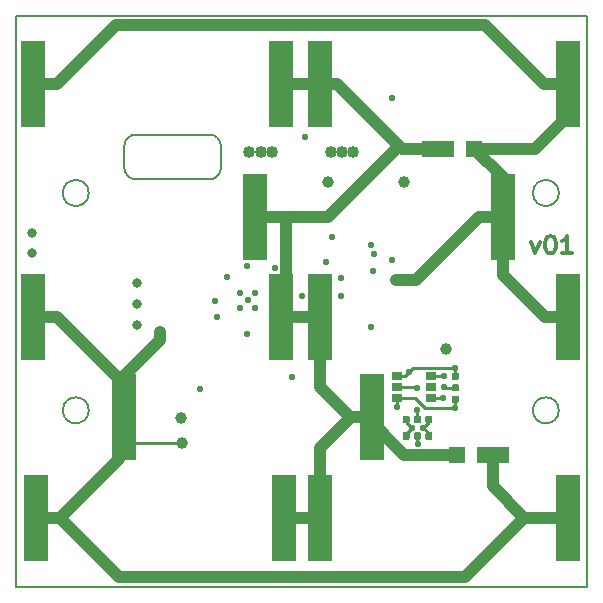
<source format=gbr>
%TF.GenerationSoftware,KiCad,Pcbnew,(5.1.4)-1*%
%TF.CreationDate,2019-12-19T16:50:30-07:00*%
%TF.ProjectId,SolarCellZ_v1,536f6c61-7243-4656-9c6c-5a5f76312e6b,rev?*%
%TF.SameCoordinates,Original*%
%TF.FileFunction,Copper,L1,Top*%
%TF.FilePolarity,Positive*%
%FSLAX46Y46*%
G04 Gerber Fmt 4.6, Leading zero omitted, Abs format (unit mm)*
G04 Created by KiCad (PCBNEW (5.1.4)-1) date 2019-12-19 16:50:30*
%MOMM*%
%LPD*%
G04 APERTURE LIST*
%ADD10C,0.200000*%
%ADD11C,0.300000*%
%ADD12R,2.000000X7.400000*%
%ADD13R,0.900000X0.700000*%
%ADD14C,1.016000*%
%ADD15C,1.000000*%
%ADD16R,1.400000X1.400000*%
%ADD17R,2.700000X1.400000*%
%ADD18C,0.100000*%
%ADD19C,0.590000*%
%ADD20C,0.584200*%
%ADD21C,0.800000*%
%ADD22C,0.248920*%
%ADD23C,1.000000*%
%ADD24C,0.228600*%
G04 APERTURE END LIST*
D10*
X107407500Y-52841000D02*
G75*
G02X106407500Y-53841000I-1000000J0D01*
G01*
X100207500Y-53841000D02*
G75*
G02X99207500Y-52841000I0J1000000D01*
G01*
X106407500Y-50041000D02*
G75*
G02X107407500Y-51041000I0J-1000000D01*
G01*
X99207500Y-51041000D02*
G75*
G02X100207500Y-50041000I1000000J0D01*
G01*
X96207500Y-54991000D02*
G75*
G03X96207500Y-54991000I-1100000J0D01*
G01*
X106407500Y-50041000D02*
X100207500Y-50041000D01*
X138407500Y-39991000D02*
X138407500Y-88391000D01*
X138407500Y-88391000D02*
X90007500Y-88391000D01*
X96207500Y-73391000D02*
G75*
G03X96207500Y-73391000I-1100000J0D01*
G01*
X90007500Y-88391000D02*
X90007500Y-39991000D01*
X90007500Y-39991000D02*
X138407500Y-39991000D01*
X100207500Y-53841000D02*
X106407500Y-53841000D01*
X136007500Y-73391000D02*
G75*
G03X136007500Y-73391000I-1100000J0D01*
G01*
X136007500Y-54991000D02*
G75*
G03X136007500Y-54991000I-1100000J0D01*
G01*
X107407500Y-52841000D02*
X107407500Y-51041000D01*
X99207500Y-51041000D02*
X99207500Y-52841000D01*
D11*
X133659785Y-59114571D02*
X134016928Y-60114571D01*
X134374071Y-59114571D01*
X135231214Y-58614571D02*
X135374071Y-58614571D01*
X135516928Y-58686000D01*
X135588357Y-58757428D01*
X135659785Y-58900285D01*
X135731214Y-59186000D01*
X135731214Y-59543142D01*
X135659785Y-59828857D01*
X135588357Y-59971714D01*
X135516928Y-60043142D01*
X135374071Y-60114571D01*
X135231214Y-60114571D01*
X135088357Y-60043142D01*
X135016928Y-59971714D01*
X134945500Y-59828857D01*
X134874071Y-59543142D01*
X134874071Y-59186000D01*
X134945500Y-58900285D01*
X135016928Y-58757428D01*
X135088357Y-58686000D01*
X135231214Y-58614571D01*
X137159785Y-60114571D02*
X136302642Y-60114571D01*
X136731214Y-60114571D02*
X136731214Y-58614571D01*
X136588357Y-58828857D01*
X136445500Y-58971714D01*
X136302642Y-59043142D01*
D12*
X136750000Y-45750000D03*
X115750000Y-45750000D03*
X91500000Y-45750000D03*
X112500000Y-45750000D03*
X131250000Y-57000000D03*
X110250000Y-57000000D03*
X136750000Y-65500000D03*
X115750000Y-65500000D03*
X112500000Y-65500000D03*
X91500000Y-65500000D03*
X120187000Y-74000000D03*
X99187000Y-74000000D03*
X115750000Y-82500000D03*
X136750000Y-82500000D03*
X112750000Y-82500000D03*
X91750000Y-82500000D03*
D13*
X122311500Y-70487500D03*
X122311500Y-71437500D03*
X122311500Y-72387500D03*
X125211500Y-72387500D03*
X125211500Y-71437500D03*
X125211500Y-70487500D03*
D14*
X116700000Y-51500000D03*
X117650000Y-51500000D03*
X111700000Y-51500000D03*
X110750000Y-51500000D03*
X118600000Y-51500000D03*
X109800000Y-51500000D03*
D15*
X116459000Y-54038500D03*
X122936000Y-54038500D03*
X126492000Y-68199000D03*
X104013000Y-74041000D03*
X104076500Y-76200000D03*
D16*
X128850000Y-51250000D03*
D17*
X125800000Y-51250000D03*
D16*
X127385200Y-77152500D03*
D17*
X130435200Y-77152500D03*
D18*
G36*
X124200458Y-73848710D02*
G01*
X124214776Y-73850834D01*
X124228817Y-73854351D01*
X124242446Y-73859228D01*
X124255531Y-73865417D01*
X124267947Y-73872858D01*
X124279573Y-73881481D01*
X124290298Y-73891202D01*
X124300019Y-73901927D01*
X124308642Y-73913553D01*
X124316083Y-73925969D01*
X124322272Y-73939054D01*
X124327149Y-73952683D01*
X124330666Y-73966724D01*
X124332790Y-73981042D01*
X124333500Y-73995500D01*
X124333500Y-74340500D01*
X124332790Y-74354958D01*
X124330666Y-74369276D01*
X124327149Y-74383317D01*
X124322272Y-74396946D01*
X124316083Y-74410031D01*
X124308642Y-74422447D01*
X124300019Y-74434073D01*
X124290298Y-74444798D01*
X124279573Y-74454519D01*
X124267947Y-74463142D01*
X124255531Y-74470583D01*
X124242446Y-74476772D01*
X124228817Y-74481649D01*
X124214776Y-74485166D01*
X124200458Y-74487290D01*
X124186000Y-74488000D01*
X123891000Y-74488000D01*
X123876542Y-74487290D01*
X123862224Y-74485166D01*
X123848183Y-74481649D01*
X123834554Y-74476772D01*
X123821469Y-74470583D01*
X123809053Y-74463142D01*
X123797427Y-74454519D01*
X123786702Y-74444798D01*
X123776981Y-74434073D01*
X123768358Y-74422447D01*
X123760917Y-74410031D01*
X123754728Y-74396946D01*
X123749851Y-74383317D01*
X123746334Y-74369276D01*
X123744210Y-74354958D01*
X123743500Y-74340500D01*
X123743500Y-73995500D01*
X123744210Y-73981042D01*
X123746334Y-73966724D01*
X123749851Y-73952683D01*
X123754728Y-73939054D01*
X123760917Y-73925969D01*
X123768358Y-73913553D01*
X123776981Y-73901927D01*
X123786702Y-73891202D01*
X123797427Y-73881481D01*
X123809053Y-73872858D01*
X123821469Y-73865417D01*
X123834554Y-73859228D01*
X123848183Y-73854351D01*
X123862224Y-73850834D01*
X123876542Y-73848710D01*
X123891000Y-73848000D01*
X124186000Y-73848000D01*
X124200458Y-73848710D01*
X124200458Y-73848710D01*
G37*
D19*
X124038500Y-74168000D03*
D18*
G36*
X125170458Y-73848710D02*
G01*
X125184776Y-73850834D01*
X125198817Y-73854351D01*
X125212446Y-73859228D01*
X125225531Y-73865417D01*
X125237947Y-73872858D01*
X125249573Y-73881481D01*
X125260298Y-73891202D01*
X125270019Y-73901927D01*
X125278642Y-73913553D01*
X125286083Y-73925969D01*
X125292272Y-73939054D01*
X125297149Y-73952683D01*
X125300666Y-73966724D01*
X125302790Y-73981042D01*
X125303500Y-73995500D01*
X125303500Y-74340500D01*
X125302790Y-74354958D01*
X125300666Y-74369276D01*
X125297149Y-74383317D01*
X125292272Y-74396946D01*
X125286083Y-74410031D01*
X125278642Y-74422447D01*
X125270019Y-74434073D01*
X125260298Y-74444798D01*
X125249573Y-74454519D01*
X125237947Y-74463142D01*
X125225531Y-74470583D01*
X125212446Y-74476772D01*
X125198817Y-74481649D01*
X125184776Y-74485166D01*
X125170458Y-74487290D01*
X125156000Y-74488000D01*
X124861000Y-74488000D01*
X124846542Y-74487290D01*
X124832224Y-74485166D01*
X124818183Y-74481649D01*
X124804554Y-74476772D01*
X124791469Y-74470583D01*
X124779053Y-74463142D01*
X124767427Y-74454519D01*
X124756702Y-74444798D01*
X124746981Y-74434073D01*
X124738358Y-74422447D01*
X124730917Y-74410031D01*
X124724728Y-74396946D01*
X124719851Y-74383317D01*
X124716334Y-74369276D01*
X124714210Y-74354958D01*
X124713500Y-74340500D01*
X124713500Y-73995500D01*
X124714210Y-73981042D01*
X124716334Y-73966724D01*
X124719851Y-73952683D01*
X124724728Y-73939054D01*
X124730917Y-73925969D01*
X124738358Y-73913553D01*
X124746981Y-73901927D01*
X124756702Y-73891202D01*
X124767427Y-73881481D01*
X124779053Y-73872858D01*
X124791469Y-73865417D01*
X124804554Y-73859228D01*
X124818183Y-73854351D01*
X124832224Y-73850834D01*
X124846542Y-73848710D01*
X124861000Y-73848000D01*
X125156000Y-73848000D01*
X125170458Y-73848710D01*
X125170458Y-73848710D01*
G37*
D19*
X125008500Y-74168000D03*
D18*
G36*
X123230178Y-73848710D02*
G01*
X123244496Y-73850834D01*
X123258537Y-73854351D01*
X123272166Y-73859228D01*
X123285251Y-73865417D01*
X123297667Y-73872858D01*
X123309293Y-73881481D01*
X123320018Y-73891202D01*
X123329739Y-73901927D01*
X123338362Y-73913553D01*
X123345803Y-73925969D01*
X123351992Y-73939054D01*
X123356869Y-73952683D01*
X123360386Y-73966724D01*
X123362510Y-73981042D01*
X123363220Y-73995500D01*
X123363220Y-74340500D01*
X123362510Y-74354958D01*
X123360386Y-74369276D01*
X123356869Y-74383317D01*
X123351992Y-74396946D01*
X123345803Y-74410031D01*
X123338362Y-74422447D01*
X123329739Y-74434073D01*
X123320018Y-74444798D01*
X123309293Y-74454519D01*
X123297667Y-74463142D01*
X123285251Y-74470583D01*
X123272166Y-74476772D01*
X123258537Y-74481649D01*
X123244496Y-74485166D01*
X123230178Y-74487290D01*
X123215720Y-74488000D01*
X122920720Y-74488000D01*
X122906262Y-74487290D01*
X122891944Y-74485166D01*
X122877903Y-74481649D01*
X122864274Y-74476772D01*
X122851189Y-74470583D01*
X122838773Y-74463142D01*
X122827147Y-74454519D01*
X122816422Y-74444798D01*
X122806701Y-74434073D01*
X122798078Y-74422447D01*
X122790637Y-74410031D01*
X122784448Y-74396946D01*
X122779571Y-74383317D01*
X122776054Y-74369276D01*
X122773930Y-74354958D01*
X122773220Y-74340500D01*
X122773220Y-73995500D01*
X122773930Y-73981042D01*
X122776054Y-73966724D01*
X122779571Y-73952683D01*
X122784448Y-73939054D01*
X122790637Y-73925969D01*
X122798078Y-73913553D01*
X122806701Y-73901927D01*
X122816422Y-73891202D01*
X122827147Y-73881481D01*
X122838773Y-73872858D01*
X122851189Y-73865417D01*
X122864274Y-73859228D01*
X122877903Y-73854351D01*
X122891944Y-73850834D01*
X122906262Y-73848710D01*
X122920720Y-73848000D01*
X123215720Y-73848000D01*
X123230178Y-73848710D01*
X123230178Y-73848710D01*
G37*
D19*
X123068220Y-74168000D03*
D18*
G36*
X124200178Y-73848710D02*
G01*
X124214496Y-73850834D01*
X124228537Y-73854351D01*
X124242166Y-73859228D01*
X124255251Y-73865417D01*
X124267667Y-73872858D01*
X124279293Y-73881481D01*
X124290018Y-73891202D01*
X124299739Y-73901927D01*
X124308362Y-73913553D01*
X124315803Y-73925969D01*
X124321992Y-73939054D01*
X124326869Y-73952683D01*
X124330386Y-73966724D01*
X124332510Y-73981042D01*
X124333220Y-73995500D01*
X124333220Y-74340500D01*
X124332510Y-74354958D01*
X124330386Y-74369276D01*
X124326869Y-74383317D01*
X124321992Y-74396946D01*
X124315803Y-74410031D01*
X124308362Y-74422447D01*
X124299739Y-74434073D01*
X124290018Y-74444798D01*
X124279293Y-74454519D01*
X124267667Y-74463142D01*
X124255251Y-74470583D01*
X124242166Y-74476772D01*
X124228537Y-74481649D01*
X124214496Y-74485166D01*
X124200178Y-74487290D01*
X124185720Y-74488000D01*
X123890720Y-74488000D01*
X123876262Y-74487290D01*
X123861944Y-74485166D01*
X123847903Y-74481649D01*
X123834274Y-74476772D01*
X123821189Y-74470583D01*
X123808773Y-74463142D01*
X123797147Y-74454519D01*
X123786422Y-74444798D01*
X123776701Y-74434073D01*
X123768078Y-74422447D01*
X123760637Y-74410031D01*
X123754448Y-74396946D01*
X123749571Y-74383317D01*
X123746054Y-74369276D01*
X123743930Y-74354958D01*
X123743220Y-74340500D01*
X123743220Y-73995500D01*
X123743930Y-73981042D01*
X123746054Y-73966724D01*
X123749571Y-73952683D01*
X123754448Y-73939054D01*
X123760637Y-73925969D01*
X123768078Y-73913553D01*
X123776701Y-73901927D01*
X123786422Y-73891202D01*
X123797147Y-73881481D01*
X123808773Y-73872858D01*
X123821189Y-73865417D01*
X123834274Y-73859228D01*
X123847903Y-73854351D01*
X123861944Y-73850834D01*
X123876262Y-73848710D01*
X123890720Y-73848000D01*
X124185720Y-73848000D01*
X124200178Y-73848710D01*
X124200178Y-73848710D01*
G37*
D19*
X124038220Y-74168000D03*
D18*
G36*
X124200458Y-75245710D02*
G01*
X124214776Y-75247834D01*
X124228817Y-75251351D01*
X124242446Y-75256228D01*
X124255531Y-75262417D01*
X124267947Y-75269858D01*
X124279573Y-75278481D01*
X124290298Y-75288202D01*
X124300019Y-75298927D01*
X124308642Y-75310553D01*
X124316083Y-75322969D01*
X124322272Y-75336054D01*
X124327149Y-75349683D01*
X124330666Y-75363724D01*
X124332790Y-75378042D01*
X124333500Y-75392500D01*
X124333500Y-75737500D01*
X124332790Y-75751958D01*
X124330666Y-75766276D01*
X124327149Y-75780317D01*
X124322272Y-75793946D01*
X124316083Y-75807031D01*
X124308642Y-75819447D01*
X124300019Y-75831073D01*
X124290298Y-75841798D01*
X124279573Y-75851519D01*
X124267947Y-75860142D01*
X124255531Y-75867583D01*
X124242446Y-75873772D01*
X124228817Y-75878649D01*
X124214776Y-75882166D01*
X124200458Y-75884290D01*
X124186000Y-75885000D01*
X123891000Y-75885000D01*
X123876542Y-75884290D01*
X123862224Y-75882166D01*
X123848183Y-75878649D01*
X123834554Y-75873772D01*
X123821469Y-75867583D01*
X123809053Y-75860142D01*
X123797427Y-75851519D01*
X123786702Y-75841798D01*
X123776981Y-75831073D01*
X123768358Y-75819447D01*
X123760917Y-75807031D01*
X123754728Y-75793946D01*
X123749851Y-75780317D01*
X123746334Y-75766276D01*
X123744210Y-75751958D01*
X123743500Y-75737500D01*
X123743500Y-75392500D01*
X123744210Y-75378042D01*
X123746334Y-75363724D01*
X123749851Y-75349683D01*
X123754728Y-75336054D01*
X123760917Y-75322969D01*
X123768358Y-75310553D01*
X123776981Y-75298927D01*
X123786702Y-75288202D01*
X123797427Y-75278481D01*
X123809053Y-75269858D01*
X123821469Y-75262417D01*
X123834554Y-75256228D01*
X123848183Y-75251351D01*
X123862224Y-75247834D01*
X123876542Y-75245710D01*
X123891000Y-75245000D01*
X124186000Y-75245000D01*
X124200458Y-75245710D01*
X124200458Y-75245710D01*
G37*
D19*
X124038500Y-75565000D03*
D18*
G36*
X125170458Y-75245710D02*
G01*
X125184776Y-75247834D01*
X125198817Y-75251351D01*
X125212446Y-75256228D01*
X125225531Y-75262417D01*
X125237947Y-75269858D01*
X125249573Y-75278481D01*
X125260298Y-75288202D01*
X125270019Y-75298927D01*
X125278642Y-75310553D01*
X125286083Y-75322969D01*
X125292272Y-75336054D01*
X125297149Y-75349683D01*
X125300666Y-75363724D01*
X125302790Y-75378042D01*
X125303500Y-75392500D01*
X125303500Y-75737500D01*
X125302790Y-75751958D01*
X125300666Y-75766276D01*
X125297149Y-75780317D01*
X125292272Y-75793946D01*
X125286083Y-75807031D01*
X125278642Y-75819447D01*
X125270019Y-75831073D01*
X125260298Y-75841798D01*
X125249573Y-75851519D01*
X125237947Y-75860142D01*
X125225531Y-75867583D01*
X125212446Y-75873772D01*
X125198817Y-75878649D01*
X125184776Y-75882166D01*
X125170458Y-75884290D01*
X125156000Y-75885000D01*
X124861000Y-75885000D01*
X124846542Y-75884290D01*
X124832224Y-75882166D01*
X124818183Y-75878649D01*
X124804554Y-75873772D01*
X124791469Y-75867583D01*
X124779053Y-75860142D01*
X124767427Y-75851519D01*
X124756702Y-75841798D01*
X124746981Y-75831073D01*
X124738358Y-75819447D01*
X124730917Y-75807031D01*
X124724728Y-75793946D01*
X124719851Y-75780317D01*
X124716334Y-75766276D01*
X124714210Y-75751958D01*
X124713500Y-75737500D01*
X124713500Y-75392500D01*
X124714210Y-75378042D01*
X124716334Y-75363724D01*
X124719851Y-75349683D01*
X124724728Y-75336054D01*
X124730917Y-75322969D01*
X124738358Y-75310553D01*
X124746981Y-75298927D01*
X124756702Y-75288202D01*
X124767427Y-75278481D01*
X124779053Y-75269858D01*
X124791469Y-75262417D01*
X124804554Y-75256228D01*
X124818183Y-75251351D01*
X124832224Y-75247834D01*
X124846542Y-75245710D01*
X124861000Y-75245000D01*
X125156000Y-75245000D01*
X125170458Y-75245710D01*
X125170458Y-75245710D01*
G37*
D19*
X125008500Y-75565000D03*
D18*
G36*
X123230178Y-75245710D02*
G01*
X123244496Y-75247834D01*
X123258537Y-75251351D01*
X123272166Y-75256228D01*
X123285251Y-75262417D01*
X123297667Y-75269858D01*
X123309293Y-75278481D01*
X123320018Y-75288202D01*
X123329739Y-75298927D01*
X123338362Y-75310553D01*
X123345803Y-75322969D01*
X123351992Y-75336054D01*
X123356869Y-75349683D01*
X123360386Y-75363724D01*
X123362510Y-75378042D01*
X123363220Y-75392500D01*
X123363220Y-75737500D01*
X123362510Y-75751958D01*
X123360386Y-75766276D01*
X123356869Y-75780317D01*
X123351992Y-75793946D01*
X123345803Y-75807031D01*
X123338362Y-75819447D01*
X123329739Y-75831073D01*
X123320018Y-75841798D01*
X123309293Y-75851519D01*
X123297667Y-75860142D01*
X123285251Y-75867583D01*
X123272166Y-75873772D01*
X123258537Y-75878649D01*
X123244496Y-75882166D01*
X123230178Y-75884290D01*
X123215720Y-75885000D01*
X122920720Y-75885000D01*
X122906262Y-75884290D01*
X122891944Y-75882166D01*
X122877903Y-75878649D01*
X122864274Y-75873772D01*
X122851189Y-75867583D01*
X122838773Y-75860142D01*
X122827147Y-75851519D01*
X122816422Y-75841798D01*
X122806701Y-75831073D01*
X122798078Y-75819447D01*
X122790637Y-75807031D01*
X122784448Y-75793946D01*
X122779571Y-75780317D01*
X122776054Y-75766276D01*
X122773930Y-75751958D01*
X122773220Y-75737500D01*
X122773220Y-75392500D01*
X122773930Y-75378042D01*
X122776054Y-75363724D01*
X122779571Y-75349683D01*
X122784448Y-75336054D01*
X122790637Y-75322969D01*
X122798078Y-75310553D01*
X122806701Y-75298927D01*
X122816422Y-75288202D01*
X122827147Y-75278481D01*
X122838773Y-75269858D01*
X122851189Y-75262417D01*
X122864274Y-75256228D01*
X122877903Y-75251351D01*
X122891944Y-75247834D01*
X122906262Y-75245710D01*
X122920720Y-75245000D01*
X123215720Y-75245000D01*
X123230178Y-75245710D01*
X123230178Y-75245710D01*
G37*
D19*
X123068220Y-75565000D03*
D18*
G36*
X124200178Y-75245710D02*
G01*
X124214496Y-75247834D01*
X124228537Y-75251351D01*
X124242166Y-75256228D01*
X124255251Y-75262417D01*
X124267667Y-75269858D01*
X124279293Y-75278481D01*
X124290018Y-75288202D01*
X124299739Y-75298927D01*
X124308362Y-75310553D01*
X124315803Y-75322969D01*
X124321992Y-75336054D01*
X124326869Y-75349683D01*
X124330386Y-75363724D01*
X124332510Y-75378042D01*
X124333220Y-75392500D01*
X124333220Y-75737500D01*
X124332510Y-75751958D01*
X124330386Y-75766276D01*
X124326869Y-75780317D01*
X124321992Y-75793946D01*
X124315803Y-75807031D01*
X124308362Y-75819447D01*
X124299739Y-75831073D01*
X124290018Y-75841798D01*
X124279293Y-75851519D01*
X124267667Y-75860142D01*
X124255251Y-75867583D01*
X124242166Y-75873772D01*
X124228537Y-75878649D01*
X124214496Y-75882166D01*
X124200178Y-75884290D01*
X124185720Y-75885000D01*
X123890720Y-75885000D01*
X123876262Y-75884290D01*
X123861944Y-75882166D01*
X123847903Y-75878649D01*
X123834274Y-75873772D01*
X123821189Y-75867583D01*
X123808773Y-75860142D01*
X123797147Y-75851519D01*
X123786422Y-75841798D01*
X123776701Y-75831073D01*
X123768078Y-75819447D01*
X123760637Y-75807031D01*
X123754448Y-75793946D01*
X123749571Y-75780317D01*
X123746054Y-75766276D01*
X123743930Y-75751958D01*
X123743220Y-75737500D01*
X123743220Y-75392500D01*
X123743930Y-75378042D01*
X123746054Y-75363724D01*
X123749571Y-75349683D01*
X123754448Y-75336054D01*
X123760637Y-75322969D01*
X123768078Y-75310553D01*
X123776701Y-75298927D01*
X123786422Y-75288202D01*
X123797147Y-75278481D01*
X123808773Y-75269858D01*
X123821189Y-75262417D01*
X123834274Y-75256228D01*
X123847903Y-75251351D01*
X123861944Y-75247834D01*
X123876262Y-75245710D01*
X123890720Y-75245000D01*
X124185720Y-75245000D01*
X124200178Y-75245710D01*
X124200178Y-75245710D01*
G37*
D19*
X124038220Y-75565000D03*
D18*
G36*
X127440958Y-71189210D02*
G01*
X127455276Y-71191334D01*
X127469317Y-71194851D01*
X127482946Y-71199728D01*
X127496031Y-71205917D01*
X127508447Y-71213358D01*
X127520073Y-71221981D01*
X127530798Y-71231702D01*
X127540519Y-71242427D01*
X127549142Y-71254053D01*
X127556583Y-71266469D01*
X127562772Y-71279554D01*
X127567649Y-71293183D01*
X127571166Y-71307224D01*
X127573290Y-71321542D01*
X127574000Y-71336000D01*
X127574000Y-71631000D01*
X127573290Y-71645458D01*
X127571166Y-71659776D01*
X127567649Y-71673817D01*
X127562772Y-71687446D01*
X127556583Y-71700531D01*
X127549142Y-71712947D01*
X127540519Y-71724573D01*
X127530798Y-71735298D01*
X127520073Y-71745019D01*
X127508447Y-71753642D01*
X127496031Y-71761083D01*
X127482946Y-71767272D01*
X127469317Y-71772149D01*
X127455276Y-71775666D01*
X127440958Y-71777790D01*
X127426500Y-71778500D01*
X127081500Y-71778500D01*
X127067042Y-71777790D01*
X127052724Y-71775666D01*
X127038683Y-71772149D01*
X127025054Y-71767272D01*
X127011969Y-71761083D01*
X126999553Y-71753642D01*
X126987927Y-71745019D01*
X126977202Y-71735298D01*
X126967481Y-71724573D01*
X126958858Y-71712947D01*
X126951417Y-71700531D01*
X126945228Y-71687446D01*
X126940351Y-71673817D01*
X126936834Y-71659776D01*
X126934710Y-71645458D01*
X126934000Y-71631000D01*
X126934000Y-71336000D01*
X126934710Y-71321542D01*
X126936834Y-71307224D01*
X126940351Y-71293183D01*
X126945228Y-71279554D01*
X126951417Y-71266469D01*
X126958858Y-71254053D01*
X126967481Y-71242427D01*
X126977202Y-71231702D01*
X126987927Y-71221981D01*
X126999553Y-71213358D01*
X127011969Y-71205917D01*
X127025054Y-71199728D01*
X127038683Y-71194851D01*
X127052724Y-71191334D01*
X127067042Y-71189210D01*
X127081500Y-71188500D01*
X127426500Y-71188500D01*
X127440958Y-71189210D01*
X127440958Y-71189210D01*
G37*
D19*
X127254000Y-71483500D03*
D18*
G36*
X127440958Y-72159210D02*
G01*
X127455276Y-72161334D01*
X127469317Y-72164851D01*
X127482946Y-72169728D01*
X127496031Y-72175917D01*
X127508447Y-72183358D01*
X127520073Y-72191981D01*
X127530798Y-72201702D01*
X127540519Y-72212427D01*
X127549142Y-72224053D01*
X127556583Y-72236469D01*
X127562772Y-72249554D01*
X127567649Y-72263183D01*
X127571166Y-72277224D01*
X127573290Y-72291542D01*
X127574000Y-72306000D01*
X127574000Y-72601000D01*
X127573290Y-72615458D01*
X127571166Y-72629776D01*
X127567649Y-72643817D01*
X127562772Y-72657446D01*
X127556583Y-72670531D01*
X127549142Y-72682947D01*
X127540519Y-72694573D01*
X127530798Y-72705298D01*
X127520073Y-72715019D01*
X127508447Y-72723642D01*
X127496031Y-72731083D01*
X127482946Y-72737272D01*
X127469317Y-72742149D01*
X127455276Y-72745666D01*
X127440958Y-72747790D01*
X127426500Y-72748500D01*
X127081500Y-72748500D01*
X127067042Y-72747790D01*
X127052724Y-72745666D01*
X127038683Y-72742149D01*
X127025054Y-72737272D01*
X127011969Y-72731083D01*
X126999553Y-72723642D01*
X126987927Y-72715019D01*
X126977202Y-72705298D01*
X126967481Y-72694573D01*
X126958858Y-72682947D01*
X126951417Y-72670531D01*
X126945228Y-72657446D01*
X126940351Y-72643817D01*
X126936834Y-72629776D01*
X126934710Y-72615458D01*
X126934000Y-72601000D01*
X126934000Y-72306000D01*
X126934710Y-72291542D01*
X126936834Y-72277224D01*
X126940351Y-72263183D01*
X126945228Y-72249554D01*
X126951417Y-72236469D01*
X126958858Y-72224053D01*
X126967481Y-72212427D01*
X126977202Y-72201702D01*
X126987927Y-72191981D01*
X126999553Y-72183358D01*
X127011969Y-72175917D01*
X127025054Y-72169728D01*
X127038683Y-72164851D01*
X127052724Y-72161334D01*
X127067042Y-72159210D01*
X127081500Y-72158500D01*
X127426500Y-72158500D01*
X127440958Y-72159210D01*
X127440958Y-72159210D01*
G37*
D19*
X127254000Y-72453500D03*
D18*
G36*
X127440958Y-70213710D02*
G01*
X127455276Y-70215834D01*
X127469317Y-70219351D01*
X127482946Y-70224228D01*
X127496031Y-70230417D01*
X127508447Y-70237858D01*
X127520073Y-70246481D01*
X127530798Y-70256202D01*
X127540519Y-70266927D01*
X127549142Y-70278553D01*
X127556583Y-70290969D01*
X127562772Y-70304054D01*
X127567649Y-70317683D01*
X127571166Y-70331724D01*
X127573290Y-70346042D01*
X127574000Y-70360500D01*
X127574000Y-70655500D01*
X127573290Y-70669958D01*
X127571166Y-70684276D01*
X127567649Y-70698317D01*
X127562772Y-70711946D01*
X127556583Y-70725031D01*
X127549142Y-70737447D01*
X127540519Y-70749073D01*
X127530798Y-70759798D01*
X127520073Y-70769519D01*
X127508447Y-70778142D01*
X127496031Y-70785583D01*
X127482946Y-70791772D01*
X127469317Y-70796649D01*
X127455276Y-70800166D01*
X127440958Y-70802290D01*
X127426500Y-70803000D01*
X127081500Y-70803000D01*
X127067042Y-70802290D01*
X127052724Y-70800166D01*
X127038683Y-70796649D01*
X127025054Y-70791772D01*
X127011969Y-70785583D01*
X126999553Y-70778142D01*
X126987927Y-70769519D01*
X126977202Y-70759798D01*
X126967481Y-70749073D01*
X126958858Y-70737447D01*
X126951417Y-70725031D01*
X126945228Y-70711946D01*
X126940351Y-70698317D01*
X126936834Y-70684276D01*
X126934710Y-70669958D01*
X126934000Y-70655500D01*
X126934000Y-70360500D01*
X126934710Y-70346042D01*
X126936834Y-70331724D01*
X126940351Y-70317683D01*
X126945228Y-70304054D01*
X126951417Y-70290969D01*
X126958858Y-70278553D01*
X126967481Y-70266927D01*
X126977202Y-70256202D01*
X126987927Y-70246481D01*
X126999553Y-70237858D01*
X127011969Y-70230417D01*
X127025054Y-70224228D01*
X127038683Y-70219351D01*
X127052724Y-70215834D01*
X127067042Y-70213710D01*
X127081500Y-70213000D01*
X127426500Y-70213000D01*
X127440958Y-70213710D01*
X127440958Y-70213710D01*
G37*
D19*
X127254000Y-70508000D03*
D18*
G36*
X127440958Y-71183710D02*
G01*
X127455276Y-71185834D01*
X127469317Y-71189351D01*
X127482946Y-71194228D01*
X127496031Y-71200417D01*
X127508447Y-71207858D01*
X127520073Y-71216481D01*
X127530798Y-71226202D01*
X127540519Y-71236927D01*
X127549142Y-71248553D01*
X127556583Y-71260969D01*
X127562772Y-71274054D01*
X127567649Y-71287683D01*
X127571166Y-71301724D01*
X127573290Y-71316042D01*
X127574000Y-71330500D01*
X127574000Y-71625500D01*
X127573290Y-71639958D01*
X127571166Y-71654276D01*
X127567649Y-71668317D01*
X127562772Y-71681946D01*
X127556583Y-71695031D01*
X127549142Y-71707447D01*
X127540519Y-71719073D01*
X127530798Y-71729798D01*
X127520073Y-71739519D01*
X127508447Y-71748142D01*
X127496031Y-71755583D01*
X127482946Y-71761772D01*
X127469317Y-71766649D01*
X127455276Y-71770166D01*
X127440958Y-71772290D01*
X127426500Y-71773000D01*
X127081500Y-71773000D01*
X127067042Y-71772290D01*
X127052724Y-71770166D01*
X127038683Y-71766649D01*
X127025054Y-71761772D01*
X127011969Y-71755583D01*
X126999553Y-71748142D01*
X126987927Y-71739519D01*
X126977202Y-71729798D01*
X126967481Y-71719073D01*
X126958858Y-71707447D01*
X126951417Y-71695031D01*
X126945228Y-71681946D01*
X126940351Y-71668317D01*
X126936834Y-71654276D01*
X126934710Y-71639958D01*
X126934000Y-71625500D01*
X126934000Y-71330500D01*
X126934710Y-71316042D01*
X126936834Y-71301724D01*
X126940351Y-71287683D01*
X126945228Y-71274054D01*
X126951417Y-71260969D01*
X126958858Y-71248553D01*
X126967481Y-71236927D01*
X126977202Y-71226202D01*
X126987927Y-71216481D01*
X126999553Y-71207858D01*
X127011969Y-71200417D01*
X127025054Y-71194228D01*
X127038683Y-71189351D01*
X127052724Y-71185834D01*
X127067042Y-71183710D01*
X127081500Y-71183000D01*
X127426500Y-71183000D01*
X127440958Y-71183710D01*
X127440958Y-71183710D01*
G37*
D19*
X127254000Y-71478000D03*
D20*
X126301500Y-71437500D03*
X124015500Y-71501000D03*
X120268110Y-61604791D03*
X120078500Y-66357500D03*
X127254000Y-69786500D03*
X123317000Y-70167500D03*
X107032512Y-65473693D03*
X109654340Y-64046100D03*
X110253760Y-64708256D03*
X108983760Y-64708256D03*
X110261400Y-63439040D03*
X108983760Y-63463656D03*
X122237500Y-62357000D03*
X123253500Y-62357000D03*
X122301000Y-73088500D03*
X127254000Y-73215500D03*
X113411000Y-70548500D03*
X126301500Y-70485000D03*
X120111294Y-59382647D03*
X126238000Y-72390000D03*
X120396000Y-60198000D03*
X121920000Y-60706000D03*
X121920000Y-46990000D03*
X116763500Y-58710000D03*
X114554000Y-50292000D03*
X124015500Y-73406000D03*
X117602000Y-62166500D03*
X116268500Y-60833000D03*
X109644160Y-66892656D03*
X107886500Y-62103000D03*
X114299990Y-63690500D03*
X117602000Y-63690500D03*
X124045117Y-76233390D03*
X109601000Y-61214000D03*
X111950500Y-61380850D03*
X105664000Y-71628000D03*
X106872635Y-64108698D03*
D21*
X91440000Y-58420000D03*
X91440000Y-60071000D03*
X100330000Y-64389000D03*
X100330000Y-62611000D03*
X100330000Y-66167000D03*
D20*
X124523500Y-74866500D03*
X123571000Y-74866500D03*
X102235000Y-67437000D03*
X102235000Y-66802000D03*
D22*
X126342000Y-71478000D02*
X126301500Y-71437500D01*
X127254000Y-71478000D02*
X126342000Y-71478000D01*
X122311500Y-71437500D02*
X123952000Y-71437500D01*
X123952000Y-71437500D02*
X124015500Y-71501000D01*
X127254000Y-70508000D02*
X127254000Y-69786500D01*
X123317000Y-70180920D02*
X123317000Y-70167500D01*
X123010420Y-70487500D02*
X123317000Y-70180920D01*
X122311500Y-70487500D02*
X123010420Y-70487500D01*
X123698000Y-69786500D02*
X127254000Y-69786500D01*
X123317000Y-70167500D02*
X123698000Y-69786500D01*
D23*
X93500000Y-45750000D02*
X98500000Y-40750000D01*
X91500000Y-45750000D02*
X93500000Y-45750000D01*
X134750000Y-45750000D02*
X136750000Y-45750000D01*
X129750000Y-40750000D02*
X134750000Y-45750000D01*
X98500000Y-40750000D02*
X129750000Y-40750000D01*
X136750000Y-65450000D02*
X136750000Y-65500000D01*
X131000000Y-57000000D02*
X131000000Y-59700000D01*
X131000000Y-54300000D02*
X131000000Y-57000000D01*
X136750000Y-45750000D02*
X136750000Y-48550000D01*
X136750000Y-48450000D02*
X136750000Y-45750000D01*
X133950000Y-51250000D02*
X136750000Y-48450000D01*
X128850000Y-51250000D02*
X133950000Y-51250000D01*
X131250000Y-53650000D02*
X128850000Y-51250000D01*
X131250000Y-57000000D02*
X131250000Y-53650000D01*
X129250000Y-57000000D02*
X123893000Y-62357000D01*
X131250000Y-57000000D02*
X129250000Y-57000000D01*
X123893000Y-62357000D02*
X122237500Y-62357000D01*
D22*
X122311500Y-72387500D02*
X122311500Y-73078000D01*
X127254000Y-72453500D02*
X127254000Y-73215500D01*
X126840909Y-73215500D02*
X127254000Y-73215500D01*
X124650500Y-73215500D02*
X126840909Y-73215500D01*
X122311500Y-72387500D02*
X123822500Y-72387500D01*
X123822500Y-72387500D02*
X124650500Y-73215500D01*
D23*
X131250000Y-57000000D02*
X131250000Y-61908000D01*
X134842000Y-65500000D02*
X136750000Y-65500000D01*
X131250000Y-61908000D02*
X134842000Y-65500000D01*
D22*
X125211500Y-70487500D02*
X126299000Y-70487500D01*
X126299000Y-70487500D02*
X126301500Y-70485000D01*
X126235500Y-72387500D02*
X126238000Y-72390000D01*
X125211500Y-72387500D02*
X126235500Y-72387500D01*
D24*
X124038220Y-74168000D02*
X124038220Y-73428720D01*
X124038220Y-73428720D02*
X124015500Y-73406000D01*
X124038500Y-75565000D02*
X124038500Y-76226773D01*
X124038500Y-76226773D02*
X124045117Y-76233390D01*
D22*
X125008500Y-74168000D02*
X125008500Y-74381500D01*
X125008500Y-74381500D02*
X124523500Y-74866500D01*
X125008500Y-75565000D02*
X125008500Y-75351500D01*
X125008500Y-75351500D02*
X124523500Y-74866500D01*
X123068220Y-75565000D02*
X123068220Y-75369280D01*
X123068220Y-74363720D02*
X123571000Y-74866500D01*
X123068220Y-74168000D02*
X123068220Y-74363720D01*
X123068220Y-75369280D02*
X123571000Y-74866500D01*
D23*
X136750000Y-79800000D02*
X136750000Y-82500000D01*
X134750000Y-82500000D02*
X136750000Y-82500000D01*
X99187000Y-70485000D02*
X102235000Y-67437000D01*
X99187000Y-74000000D02*
X99187000Y-70485000D01*
X102235000Y-67437000D02*
X102235000Y-66802000D01*
D24*
X104076500Y-76200000D02*
X99377500Y-76200000D01*
D23*
X93500000Y-65500000D02*
X91500000Y-65500000D01*
X98750000Y-70750000D02*
X93500000Y-65500000D01*
X98750000Y-77526000D02*
X98750000Y-70750000D01*
X91750000Y-82500000D02*
X93776000Y-82500000D01*
X93776000Y-82500000D02*
X98750000Y-77526000D01*
X133096800Y-82500000D02*
X134750000Y-82500000D01*
X130435200Y-77152500D02*
X130435200Y-79838400D01*
X130435200Y-79838400D02*
X133096800Y-82500000D01*
X128096800Y-87500000D02*
X133096800Y-82500000D01*
X98750000Y-87500000D02*
X128096800Y-87500000D01*
X91750000Y-82500000D02*
X93750000Y-82500000D01*
X93750000Y-82500000D02*
X98750000Y-87500000D01*
X112750000Y-82500000D02*
X115750000Y-82500000D01*
X112500000Y-45750000D02*
X115750000Y-45750000D01*
X122750000Y-51250000D02*
X122500000Y-51000000D01*
X125800000Y-51250000D02*
X122750000Y-51250000D01*
X112944500Y-60800000D02*
X112944500Y-65500000D01*
X112944500Y-57250000D02*
X112944500Y-60800000D01*
X117250000Y-45750000D02*
X122500000Y-51000000D01*
X115750000Y-45750000D02*
X117250000Y-45750000D01*
X116500000Y-57000000D02*
X122500000Y-51000000D01*
X110250000Y-57000000D02*
X116500000Y-57000000D01*
X120187000Y-74000000D02*
X118300000Y-74000000D01*
X115750000Y-76591500D02*
X115750000Y-82500000D01*
X118300000Y-74000000D02*
X118300000Y-74041500D01*
X118300000Y-74041500D02*
X115750000Y-76591500D01*
X119750000Y-74000000D02*
X118300000Y-74000000D01*
X122902500Y-77152500D02*
X119750000Y-74000000D01*
X127385200Y-77152500D02*
X122902500Y-77152500D01*
X115750000Y-65500000D02*
X112500000Y-65500000D01*
X115750000Y-71450000D02*
X115750000Y-65500000D01*
X118300000Y-74000000D02*
X115750000Y-71450000D01*
M02*

</source>
